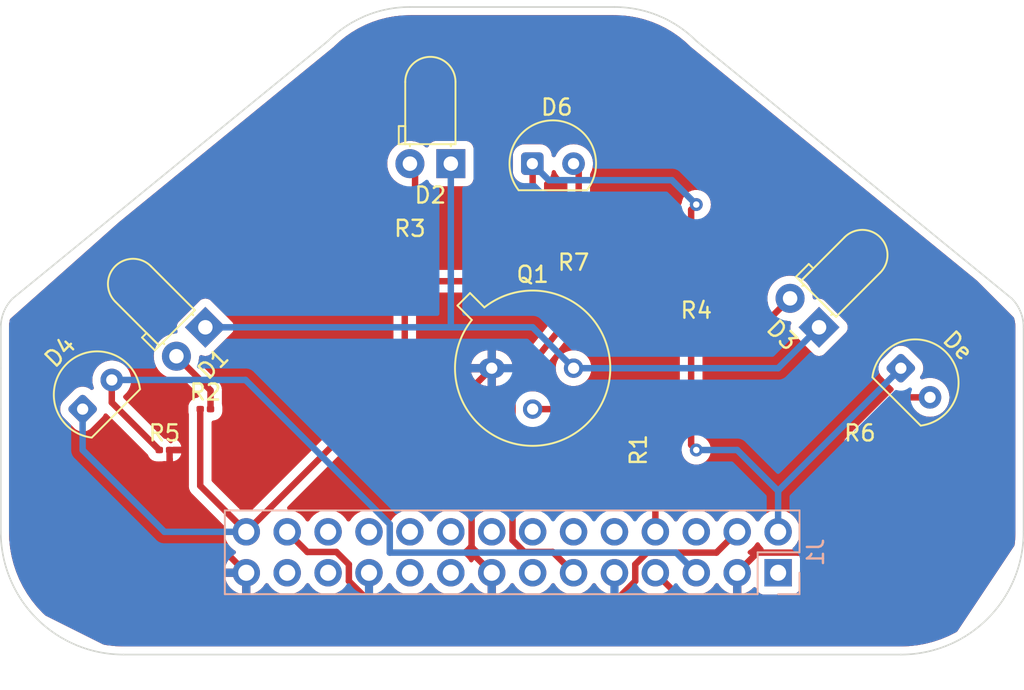
<source format=kicad_pcb>
(kicad_pcb (version 20211014) (generator pcbnew)
  (layers (0 "F.Cu" signal) (31 "B.Cu" signal) (34 "B.Paste" user) (35 "F.Paste" user) (36 "B.SilkS" user "B.Silkscreen") (37 "F.SilkS" user "F.Silkscreen") (38 "B.Mask" user) (39 "F.Mask" user) (44 "Edge.Cuts" user))
  (net 0 "")
  (net 1 "+3V3")
  (net 2 "Net-(D1-Pad1)")
  (net 3 "Net-(D1-Pad2)")
  (net 4 "Net-(D2-Pad2)")
  (net 5 "Net-(D3-Pad2)")
  (net 6 "Analog8")
  (net 7 "Analog9")
  (net 8 "Analog10")
  (net 9 "/RESV3")
  (net 10 "GND")
  (net 11 "/BATT")
  (net 12 "/RESV2")
  (net 13 "PWM")
  (net 14 "/PE14")
  (net 15 "/PE13")
  (net 16 "/PA6")
  (net 17 "/PE12")
  (net 18 "/PE11")
  (net 19 "/PA7")
  (net 20 "/PE10")
  (net 21 "/PC4")
  (net 22 "/PE9")
  (net 23 "/PE8")
  (net 24 "/PC5")
  (net 25 "/RESV1")
  (net 26 "/AB0")
  (net 27 "Net-(Q1-Pad2)")
  (footprint "OptoDevice:Osram_SFH205" (layer "F.Cu") (at 111.76 121.92 45)
    (fp_text reference "D4" (at 1.52 -3.5 45) (layer "F.SilkS"))
    (fp_text value "D_Photo")
    (fp_line (start -0.85 1.65) (end 3.4 1.65) (layer "F.SilkS") (width 0.12))
    (fp_arc (start -0.85 1.65) (mid 1.266938 -2.686427) (end 3.393756 1.645163) (layer "F.SilkS") (width 0.12))
    (pad "1" thru_hole roundrect (at 0 0 45) (size 1.4 1.4) (drill 0.7) (layers *.Cu *.Mask) (roundrect_rratio 0.178) (net 1 "+3V3"))
    (pad "2" thru_hole circle (at 2.56 0 45) (size 1.4 1.4) (drill 0.7) (layers *.Cu *.Mask) (net 6 "Analog8"))
  )
  (footprint "LED_THT:LED_D3.0mm_Horizontal_O1.27mm_Z2.0mm" (layer "F.Cu") (at 134.62 106.68 180)
    (fp_text reference "D2" (at 1.27 -1.96) (layer "F.SilkS"))
    (fp_text value "TSAL4400")
    (fp_line (start 2.54 1.08) (end 2.54 1.21) (layer "F.SilkS") (width 0.12))
    (fp_line (start 2.54 1.08) (end 2.54 1.08) (layer "F.SilkS") (width 0.12))
    (fp_line (start 2.83 2.33) (end 2.83 1.21) (layer "F.SilkS") (width 0.12))
    (fp_line (start 0 1.21) (end 0 1.21) (layer "F.SilkS") (width 0.12))
    (fp_line (start 0 1.21) (end 0 1.08) (layer "F.SilkS") (width 0.12))
    (fp_line (start 3.23 2.33) (end 2.83 2.33) (layer "F.SilkS") (width 0.12))
    (fp_line (start 2.54 1.21) (end 2.54 1.08) (layer "F.SilkS") (width 0.12))
    (fp_line (start -0.29 1.21) (end -0.29 5.07) (layer "F.SilkS") (width 0.12))
    (fp_line (start 2.83 1.21) (end 3.23 1.21) (layer "F.SilkS") (width 0.12))
    (fp_line (start 0 1.08) (end 0 1.21) (layer "F.SilkS") (width 0.12))
    (fp_line (start -0.29 1.21) (end 2.83 1.21) (layer "F.SilkS") (width 0.12))
    (fp_line (start 3.23 1.21) (end 3.23 2.33) (layer "F.SilkS") (width 0.12))
    (fp_line (start 2.83 1.21) (end 2.83 5.07) (layer "F.SilkS") (width 0.12))
    (fp_line (start 0 1.08) (end 0 1.08) (layer "F.SilkS") (width 0.12))
    (fp_line (start 2.54 1.21) (end 2.54 1.21) (layer "F.SilkS") (width 0.12))
    (fp_arc (start 2.83 5.07) (mid 1.27 6.63) (end -0.29 5.07) (layer "F.SilkS") (width 0.12))
    (pad "1" thru_hole rect (at 0 0 180) (size 1.8 1.8) (drill 0.9) (layers *.Cu *.Mask) (net 2 "Net-(D1-Pad1)"))
    (pad "2" thru_hole circle (at 2.54 0 180) (size 1.8 1.8) (drill 0.9) (layers *.Cu *.Mask) (net 4 "Net-(D2-Pad2)"))
  )
  (footprint "LED_THT:LED_D3.0mm_Horizontal_O1.27mm_Z2.0mm" (layer "F.Cu") (at 157.48 116.84 135)
    (fp_text reference "D3" (at 1.27 -1.96 135) (layer "F.SilkS"))
    (fp_text value "TSAL4400")
    (fp_line (start 3.23 2.33) (end 2.83 2.33) (layer "F.SilkS") (width 0.12))
    (fp_line (start 3.23 1.21) (end 3.23 2.33) (layer "F.SilkS") (width 0.12))
    (fp_line (start 2.54 1.08) (end 2.54 1.21) (layer "F.SilkS") (width 0.12))
    (fp_line (start 0 1.21) (end 0 1.08) (layer "F.SilkS") (width 0.12))
    (fp_line (start 2.54 1.21) (end 2.54 1.21) (layer "F.SilkS") (width 0.12))
    (fp_line (start 2.54 1.21) (end 2.54 1.08) (layer "F.SilkS") (width 0.12))
    (fp_line (start -0.29 1.21) (end 2.83 1.21) (layer "F.SilkS") (width 0.12))
    (fp_line (start 0 1.08) (end 0 1.21) (layer "F.SilkS") (width 0.12))
    (fp_line (start 0 1.08) (end 0 1.08) (layer "F.SilkS") (width 0.12))
    (fp_line (start 0 1.21) (end 0 1.21) (layer "F.SilkS") (width 0.12))
    (fp_line (start 2.83 2.33) (end 2.83 1.21) (layer "F.SilkS") (width 0.12))
    (fp_line (start -0.29 1.21) (end -0.29 5.07) (layer "F.SilkS") (width 0.12))
    (fp_line (start 2.83 1.21) (end 2.83 5.07) (layer "F.SilkS") (width 0.12))
    (fp_line (start 2.83 1.21) (end 3.23 1.21) (layer "F.SilkS") (width 0.12))
    (fp_line (start 2.54 1.08) (end 2.54 1.08) (layer "F.SilkS") (width 0.12))
    (fp_arc (start 2.83 5.07) (mid 1.27 6.63) (end -0.29 5.07) (layer "F.SilkS") (width 0.12))
    (pad "1" thru_hole rect (at 0 0 135) (size 1.8 1.8) (drill 0.9) (layers *.Cu *.Mask) (net 2 "Net-(D1-Pad1)"))
    (pad "2" thru_hole circle (at 2.54 0 135) (size 1.8 1.8) (drill 0.9) (layers *.Cu *.Mask) (net 5 "Net-(D3-Pad2)"))
  )
  (footprint "OptoDevice:Osram_SFH205" (layer "F.Cu") (at 162.56 119.38 -45)
    (fp_text reference "De" (at 1.52 -3.5 135) (layer "F.SilkS"))
    (fp_text value "D_Photo")
    (fp_line (start -0.85 1.65) (end 3.4 1.65) (layer "F.SilkS") (width 0.12))
    (fp_arc (start -0.85 1.65) (mid 1.266938 -2.686427) (end 3.393756 1.645163) (layer "F.SilkS") (width 0.12))
    (pad "1" thru_hole roundrect (at 0 0 315) (size 1.4 1.4) (drill 0.7) (layers *.Cu *.Mask) (roundrect_rratio 0.178) (net 1 "+3V3"))
    (pad "2" thru_hole circle (at 2.56 0 315) (size 1.4 1.4) (drill 0.7) (layers *.Cu *.Mask) (net 7 "Analog9"))
  )
  (footprint "OptoDevice:Osram_SFH205" (layer "F.Cu") (at 139.68 106.68)
    (fp_text reference "D6" (at 1.52 -3.5) (layer "F.SilkS"))
    (fp_text value "D_Photo")
    (fp_line (start -0.85 1.65) (end 3.4 1.65) (layer "F.SilkS") (width 0.12))
    (fp_arc (start -0.85 1.65) (mid 1.266938 -2.686427) (end 3.393756 1.645163) (layer "F.SilkS") (width 0.12))
    (pad "1" thru_hole roundrect (at 0 0) (size 1.4 1.4) (drill 0.7) (layers *.Cu *.Mask) (roundrect_rratio 0.178) (net 1 "+3V3"))
    (pad "2" thru_hole circle (at 2.56 0) (size 1.4 1.4) (drill 0.7) (layers *.Cu *.Mask) (net 8 "Analog10"))
  )
  (footprint "Resistor_SMD:R_0201_0603Metric" (layer "F.Cu") (at 116.84 124.46)
    (fp_text reference "R5" (at 0 -1.05) (layer "F.SilkS"))
    (fp_text value "22")
    (pad "1" smd roundrect (at -0.32 0) (size 0.46 0.4) (layers "F.Cu" "F.Mask") (net 6 "Analog8"))
    (pad "2" smd roundrect (at 0.32 0) (size 0.46 0.4) (layers "F.Cu" "F.Mask") (net 10 "GND"))
  )
  (footprint "Resistor_SMD:R_0201_0603Metric" (layer "F.Cu") (at 132.08 111.76)
    (fp_text reference "R3" (at 0 -1.05) (layer "F.SilkS"))
    (fp_text value "22")
    (pad "1" smd roundrect (at -0.32 0) (size 0.46 0.4) (layers "F.Cu" "F.Mask") (net 1 "+3V3"))
    (pad "2" smd roundrect (at 0.32 0) (size 0.46 0.4) (layers "F.Cu" "F.Mask") (net 4 "Net-(D2-Pad2)"))
  )
  (footprint "Resistor_SMD:R_0201_0603Metric" (layer "F.Cu") (at 119.38 121.92)
    (fp_text reference "R2" (at 0 -1.05) (layer "F.SilkS"))
    (fp_text value "22")
    (pad "1" smd roundrect (at -0.32 0) (size 0.46 0.4) (layers "F.Cu" "F.Mask") (net 1 "+3V3"))
    (pad "2" smd roundrect (at 0.32 0) (size 0.46 0.4) (layers "F.Cu" "F.Mask") (net 3 "Net-(D1-Pad2)"))
  )
  (footprint "Resistor_SMD:R_0201_0603Metric" (layer "F.Cu") (at 160.02 124.46)
    (fp_text reference "R6" (at 0 -1.05) (layer "F.SilkS"))
    (fp_text value "22")
    (pad "1" smd roundrect (at -0.32 0) (size 0.46 0.4) (layers "F.Cu" "F.Mask") (net 7 "Analog9"))
    (pad "2" smd roundrect (at 0.32 0) (size 0.46 0.4) (layers "F.Cu" "F.Mask") (net 10 "GND"))
  )
  (footprint "LED_THT:LED_D3.0mm_Horizontal_O1.27mm_Z2.0mm" (layer "F.Cu") (at 119.38 116.84 -135)
    (fp_text reference "D1" (at 1.27 -1.96 45) (layer "F.SilkS"))
    (fp_text value "TSAL4400")
    (fp_line (start 2.83 2.33) (end 2.83 1.21) (layer "F.SilkS") (width 0.12))
    (fp_line (start 2.54 1.21) (end 2.54 1.08) (layer "F.SilkS") (width 0.12))
    (fp_line (start 2.54 1.08) (end 2.54 1.08) (layer "F.SilkS") (width 0.12))
    (fp_line (start 0 1.21) (end 0 1.08) (layer "F.SilkS") (width 0.12))
    (fp_line (start 2.83 1.21) (end 2.83 5.07) (layer "F.SilkS") (width 0.12))
    (fp_line (start 3.23 2.33) (end 2.83 2.33) (layer "F.SilkS") (width 0.12))
    (fp_line (start 0 1.08) (end 0 1.21) (layer "F.SilkS") (width 0.12))
    (fp_line (start 2.54 1.08) (end 2.54 1.21) (layer "F.SilkS") (width 0.12))
    (fp_line (start 3.23 1.21) (end 3.23 2.33) (layer "F.SilkS") (width 0.12))
    (fp_line (start -0.29 1.21) (end -0.29 5.07) (layer "F.SilkS") (width 0.12))
    (fp_line (start 2.54 1.21) (end 2.54 1.21) (layer "F.SilkS") (width 0.12))
    (fp_line (start 0 1.08) (end 0 1.08) (layer "F.SilkS") (width 0.12))
    (fp_line (start 2.83 1.21) (end 3.23 1.21) (layer "F.SilkS") (width 0.12))
    (fp_line (start 0 1.21) (end 0 1.21) (layer "F.SilkS") (width 0.12))
    (fp_line (start -0.29 1.21) (end 2.83 1.21) (layer "F.SilkS") (width 0.12))
    (fp_arc (start 2.83 5.07) (mid 1.27 6.63) (end -0.29 5.07) (layer "F.SilkS") (width 0.12))
    (pad "1" thru_hole rect (at 0 0 225) (size 1.8 1.8) (drill 0.9) (layers *.Cu *.Mask) (net 2 "Net-(D1-Pad1)"))
    (pad "2" thru_hole circle (at 2.54 0 225) (size 1.8 1.8) (drill 0.9) (layers *.Cu *.Mask) (net 3 "Net-(D1-Pad2)"))
  )
  (footprint "Resistor_SMD:R_0201_0603Metric" (layer "F.Cu") (at 147.32 124.46 90)
    (fp_text reference "R1" (at 0 -1.05 90) (layer "F.SilkS"))
    (fp_text value "100")
    (pad "1" smd roundrect (at -0.32 0 90) (size 0.46 0.4) (layers "F.Cu" "F.Mask") (net 13 "PWM"))
    (pad "2" smd roundrect (at 0.32 0 90) (size 0.46 0.4) (layers "F.Cu" "F.Mask") (net 27 "Net-(Q1-Pad2)"))
  )
  (footprint "Resistor_SMD:R_0201_0603Metric" (layer "F.Cu") (at 149.86 116.84)
    (fp_text reference "R4" (at 0 -1.05) (layer "F.SilkS"))
    (fp_text value "22")
    (pad "1" smd roundrect (at -0.32 0) (size 0.46 0.4) (layers "F.Cu" "F.Mask") (net 1 "+3V3"))
    (pad "2" smd roundrect (at 0.32 0) (size 0.46 0.4) (layers "F.Cu" "F.Mask") (net 5 "Net-(D3-Pad2)"))
  )
  (footprint "Package_TO_SOT_THT:TO-39-3" (layer "F.Cu") (at 137.16 119.38)
    (fp_text reference "Q1" (at 2.54 -5.82) (layer "F.SilkS"))
    (fp_text value "2N2219")
    (fp_line (start -2.125856 -3.888039) (end -1.234902 -2.997084) (layer "F.SilkS") (width 0.12))
    (fp_line (start -1.348039 -4.665856) (end -2.125856 -3.888039) (layer "F.SilkS") (width 0.12))
    (fp_line (start -0.457084 -3.774902) (end -1.348039 -4.665856) (layer "F.SilkS") (width 0.12))
    (fp_arc (start -0.457084 -3.774902) (mid 5.948125 3.408384) (end -1.234674 -2.997371) (layer "F.SilkS") (width 0.12))
    (pad "1" thru_hole oval (at 0 0) (size 1.6 1.2) (drill 0.7) (layers *.Cu *.Mask) (net 10 "GND"))
    (pad "2" thru_hole oval (at 2.54 2.54) (size 1.2 1.2) (drill 0.7) (layers *.Cu *.Mask) (net 27 "Net-(Q1-Pad2)"))
    (pad "3" thru_hole oval (at 5.08 0) (size 1.2 1.2) (drill 0.7) (layers *.Cu *.Mask) (net 2 "Net-(D1-Pad1)"))
  )
  (footprint "Resistor_SMD:R_0201_0603Metric" (layer "F.Cu") (at 142.24 111.76 180)
    (fp_text reference "R7" (at 0 -1.05) (layer "F.SilkS"))
    (fp_text value "22")
    (pad "1" smd roundrect (at -0.32 0 180) (size 0.46 0.4) (layers "F.Cu" "F.Mask") (net 8 "Analog10"))
    (pad "2" smd roundrect (at 0.32 0 180) (size 0.46 0.4) (layers "F.Cu" "F.Mask") (net 10 "GND"))
  )
  (footprint "Connector_PinHeader_2.54mm:PinHeader_2x14_P2.54mm_Vertical" (layer "B.Cu") (at 154.94 132.08 90)
    (fp_text reference "J1" (at 1.27 2.33 90) (layer "B.SilkS") (effects (justify mirror)))
    (fp_text value "Conn_02x14_Odd_Even")
    (fp_line (start -1.33 -34.35) (end 3.87 -34.35) (layer "B.SilkS") (width 0.12))
    (fp_line (start 1.27 1.33) (end 3.87 1.33) (layer "B.SilkS") (width 0.12))
    (fp_line (start 1.27 -1.27) (end 1.27 1.33) (layer "B.SilkS") (width 0.12))
    (fp_line (start -1.33 -1.27) (end 1.27 -1.27) (layer "B.SilkS") (width 0.12))
    (fp_line (start -1.33 1.33) (end 0 1.33) (layer "B.SilkS") (width 0.12))
    (fp_line (start -1.33 -1.27) (end -1.33 -34.35) (layer "B.SilkS") (width 0.12))
    (fp_line (start 3.87 1.33) (end 3.87 -34.35) (layer "B.SilkS") (width 0.12))
    (fp_line (start -1.33 0) (end -1.33 1.33) (layer "B.SilkS") (width 0.12))
    (pad "1" thru_hole rect (at 0 0 90) (size 1.7 1.7) (drill 1) (layers *.Cu *.Mask) (net 9 "/RESV3"))
    (pad "2" thru_hole oval (at 2.54 0 90) (size 1.7 1.7) (drill 1) (layers *.Cu *.Mask) (net 1 "+3V3"))
    (pad "3" thru_hole oval (at 0 -2.54 90) (size 1.7 1.7) (drill 1) (layers *.Cu *.Mask) (net 10 "GND"))
    (pad "4" thru_hole oval (at 2.54 -2.54 90) (size 1.7 1.7) (drill 1) (layers *.Cu *.Mask) (net 11 "/BATT"))
    (pad "5" thru_hole oval (at 0 -5.08 90) (size 1.7 1.7) (drill 1) (layers *.Cu *.Mask) (net 6 "Analog8"))
    (pad "6" thru_hole oval (at 2.54 -5.08 90) (size 1.7 1.7) (drill 1) (layers *.Cu *.Mask) (net 12 "/RESV2"))
    (pad "7" thru_hole oval (at 0 -7.62 90) (size 1.7 1.7) (drill 1) (layers *.Cu *.Mask) (net 7 "Analog9"))
    (pad "8" thru_hole oval (at 2.54 -7.62 90) (size 1.7 1.7) (drill 1) (layers *.Cu *.Mask) (net 13 "PWM"))
    (pad "9" thru_hole oval (at 0 -10.16 90) (size 1.7 1.7) (drill 1) (layers *.Cu *.Mask) (net 10 "GND"))
    (pad "10" thru_hole oval (at 2.54 -10.16 90) (size 1.7 1.7) (drill 1) (layers *.Cu *.Mask) (net 14 "/PE14"))
    (pad "11" thru_hole oval (at 0 -12.7 90) (size 1.7 1.7) (drill 1) (layers *.Cu *.Mask) (net 8 "Analog10"))
    (pad "12" thru_hole oval (at 2.54 -12.7 90) (size 1.7 1.7) (drill 1) (layers *.Cu *.Mask) (net 15 "/PE13"))
    (pad "13" thru_hole oval (at 0 -15.24 90) (size 1.7 1.7) (drill 1) (layers *.Cu *.Mask) (net 16 "/PA6"))
    (pad "14" thru_hole oval (at 2.54 -15.24 90) (size 1.7 1.7) (drill 1) (layers *.Cu *.Mask) (net 17 "/PE12"))
    (pad "15" thru_hole oval (at 0 -17.78 90) (size 1.7 1.7) (drill 1) (layers *.Cu *.Mask) (net 10 "GND"))
    (pad "16" thru_hole oval (at 2.54 -17.78 90) (size 1.7 1.7) (drill 1) (layers *.Cu *.Mask) (net 18 "/PE11"))
    (pad "17" thru_hole oval (at 0 -20.32 90) (size 1.7 1.7) (drill 1) (layers *.Cu *.Mask) (net 19 "/PA7"))
    (pad "18" thru_hole oval (at 2.54 -20.32 90) (size 1.7 1.7) (drill 1) (layers *.Cu *.Mask) (net 20 "/PE10"))
    (pad "19" thru_hole oval (at 0 -22.86 90) (size 1.7 1.7) (drill 1) (layers *.Cu *.Mask) (net 21 "/PC4"))
    (pad "20" thru_hole oval (at 2.54 -22.86 90) (size 1.7 1.7) (drill 1) (layers *.Cu *.Mask) (net 22 "/PE9"))
    (pad "21" thru_hole oval (at 0 -25.4 90) (size 1.7 1.7) (drill 1) (layers *.Cu *.Mask) (net 10 "GND"))
    (pad "22" thru_hole oval (at 2.54 -25.4 90) (size 1.7 1.7) (drill 1) (layers *.Cu *.Mask) (net 23 "/PE8"))
    (pad "23" thru_hole oval (at 0 -27.94 90) (size 1.7 1.7) (drill 1) (layers *.Cu *.Mask) (net 24 "/PC5"))
    (pad "24" thru_hole oval (at 2.54 -27.94 90) (size 1.7 1.7) (drill 1) (layers *.Cu *.Mask) (net 25 "/RESV1"))
    (pad "25" thru_hole oval (at 0 -30.48 90) (size 1.7 1.7) (drill 1) (layers *.Cu *.Mask) (net 26 "/AB0"))
    (pad "26" thru_hole oval (at 2.54 -30.48 90) (size 1.7 1.7) (drill 1) (layers *.Cu *.Mask) (net 11 "/BATT"))
    (pad "27" thru_hole oval (at 0 -33.02 90) (size 1.7 1.7) (drill 1) (layers *.Cu *.Mask) (net 10 "GND"))
    (pad "28" thru_hole oval (at 2.54 -33.02 90) (size 1.7 1.7) (drill 1) (layers *.Cu *.Mask) (net 1 "+3V3"))
  )
  (gr_line (start 107.423949 115.043949) (end 127.000001 99.060001) (layer "Edge.Cuts") (width 0.1))
  (gr_line (start 170.18 116.84) (end 170.18 129.54) (layer "Edge.Cuts") (width 0.1))
  (gr_arc (start 144.78 96.955796) (mid 147.529276 97.502661) (end 149.859999 99.060001) (layer "Edge.Cuts") (width 0.1))
  (gr_arc (start 114.3 137.16) (mid 108.911846 134.928154) (end 106.68 129.54) (layer "Edge.Cuts") (width 0.1))
  (gr_line (start 106.68 121.92) (end 106.68 119.38) (layer "Edge.Cuts") (width 0.1))
  (gr_arc (start 106.68 116.84) (mid 106.873346 115.867984) (end 107.423949 115.043949) (layer "Edge.Cuts") (width 0.1))
  (gr_line (start 169.436051 115.043949) (end 149.859999 99.060001) (layer "Edge.Cuts") (width 0.1))
  (gr_arc (start 127.000001 99.060001) (mid 129.330724 97.502661) (end 132.08 96.955796) (layer "Edge.Cuts") (width 0.1))
  (gr_line (start 106.68 129.54) (end 106.68 121.92) (layer "Edge.Cuts") (width 0.1))
  (gr_arc (start 170.18 129.54) (mid 167.948154 134.928154) (end 162.56 137.16) (layer "Edge.Cuts") (width 0.1))
  (gr_line (start 114.3 137.16) (end 162.56 137.16) (layer "Edge.Cuts") (width 0.1))
  (gr_arc (start 169.436051 115.043949) (mid 169.986654 115.867984) (end 170.18 116.84) (layer "Edge.Cuts") (width 0.1))
  (gr_line (start 106.68 119.38) (end 106.68 116.84) (layer "Edge.Cuts") (width 0.1))
  (gr_line (start 132.08 96.955796) (end 144.78 96.955796) (layer "Edge.Cuts") (width 0.1))
  (segment (start 149.54 116.84) (end 149.54 109.54) (width 0.4) (layer "F.Cu") (net 1))
  (segment (start 119.06 126.68) (end 121.92 129.54) (width 0.4) (layer "F.Cu") (net 1))
  (segment (start 131.76 113.98) (end 137.48 113.98) (width 0.4) (layer "F.Cu") (net 1))
  (segment (start 137.48 113.98) (end 139.7 111.76) (width 0.4) (layer "F.Cu") (net 1))
  (segment (start 149.54 116.84) (end 149.54 124.14) (width 0.4) (layer "F.Cu") (net 1))
  (segment (start 131.76 111.76) (end 131.76 113.98) (width 0.4) (layer "F.Cu") (net 1))
  (segment (start 139.7 111.76) (end 139.7 106.7) (width 0.4) (layer "F.Cu") (net 1))
  (segment (start 139.7 106.7) (end 139.68 106.68) (width 0.4) (layer "F.Cu") (net 1))
  (segment (start 119.06 121.92) (end 119.06 126.68) (width 0.4) (layer "F.Cu") (net 1))
  (segment (start 131.76 113.98) (end 131.76 119.7) (width 0.4) (layer "F.Cu") (net 1))
  (segment (start 149.54 124.14) (end 149.86 124.46) (width 0.4) (layer "F.Cu") (net 1))
  (segment (start 149.54 109.54) (end 149.86 109.22) (width 0.4) (layer "F.Cu") (net 1))
  (segment (start 131.76 119.7) (end 121.92 129.54) (width 0.4) (layer "F.Cu") (net 1))
  (via (at 149.86 109.22) (size 0.8) (drill 0.4) (layers "F.Cu" "B.Cu") (net 1))
  (via (at 149.86 124.46) (size 0.8) (drill 0.4) (layers "F.Cu" "B.Cu") (net 1))
  (segment (start 154.94 127) (end 154.94 129.54) (width 0.4) (layer "B.Cu") (net 1))
  (segment (start 152.4 124.46) (end 149.86 124.46) (width 0.4) (layer "B.Cu") (net 1))
  (segment (start 111.76 124.46) (end 116.84 129.54) (width 0.4) (layer "B.Cu") (net 1))
  (segment (start 162.56 119.38) (end 154.94 127) (width 0.4) (layer "B.Cu") (net 1))
  (segment (start 148.344511 107.704511) (end 149.86 109.22) (width 0.4) (layer "B.Cu") (net 1))
  (segment (start 116.84 129.54) (end 121.92 129.54) (width 0.4) (layer "B.Cu") (net 1))
  (segment (start 154.94 127) (end 152.4 124.46) (width 0.4) (layer "B.Cu") (net 1))
  (segment (start 111.76 121.92) (end 111.76 124.46) (width 0.4) (layer "B.Cu") (net 1))
  (segment (start 139.68 106.68) (end 140.704511 107.704511) (width 0.4) (layer "B.Cu") (net 1))
  (segment (start 140.704511 107.704511) (end 148.344511 107.704511) (width 0.4) (layer "B.Cu") (net 1))
  (segment (start 139.7 116.84) (end 134.62 116.84) (width 0.4) (layer "B.Cu") (net 2))
  (segment (start 134.62 106.68) (end 134.62 116.84) (width 0.4) (layer "B.Cu") (net 2))
  (segment (start 142.24 119.38) (end 154.94 119.38) (width 0.4) (layer "B.Cu") (net 2))
  (segment (start 154.94 119.38) (end 157.48 116.84) (width 0.4) (layer "B.Cu") (net 2))
  (segment (start 134.62 116.84) (end 119.38 116.84) (width 0.4) (layer "B.Cu") (net 2))
  (segment (start 142.24 119.38) (end 139.7 116.84) (width 0.4) (layer "B.Cu") (net 2))
  (segment (start 119.7 120.752102) (end 117.583949 118.636051) (width 0.4) (layer "F.Cu") (net 3))
  (segment (start 119.7 121.92) (end 119.7 120.752102) (width 0.4) (layer "F.Cu") (net 3))
  (segment (start 132.4 107) (end 132.08 106.68) (width 0.4) (layer "F.Cu") (net 4))
  (segment (start 132.4 111.76) (end 132.4 107) (width 0.4) (layer "F.Cu") (net 4))
  (segment (start 155.683949 115.043949) (end 153.887898 116.84) (width 0.4) (layer "F.Cu") (net 5))
  (segment (start 153.887898 116.84) (end 150.18 116.84) (width 0.4) (layer "F.Cu") (net 5))
  (segment (start 113.570193 121.510193) (end 116.52 124.46) (width 0.4) (layer "F.Cu") (net 6))
  (segment (start 113.570193 120.109807) (end 113.570193 121.510193) (width 0.4) (layer "F.Cu") (net 6))
  (segment (start 149.86 132.08) (end 148.610489 130.830489) (width 0.4) (layer "B.Cu") (net 6))
  (segment (start 130.830489 129.063413) (end 121.876883 120.109807) (width 0.4) (layer "B.Cu") (net 6))
  (segment (start 148.610489 130.830489) (end 130.830489 130.830489) (width 0.4) (layer "B.Cu") (net 6))
  (segment (start 121.876883 120.109807) (end 113.570193 120.109807) (width 0.4) (layer "B.Cu") (net 6))
  (segment (start 130.830489 130.830489) (end 130.830489 129.063413) (width 0.4) (layer "B.Cu") (net 6))
  (segment (start 162.67338 121.190193) (end 160.981787 122.881787) (width 0.4) (layer "F.Cu") (net 7))
  (segment (start 162.56 124.46) (end 162.56 132.08) (width 0.4) (layer "F.Cu") (net 7))
  (segment (start 149.86 134.62) (end 147.32 132.08) (width 0.4) (layer "F.Cu") (net 7))
  (segment (start 159.7 124.163573) (end 160.003093 123.86048) (width 0.4) (layer "F.Cu") (net 7))
  (segment (start 164.370193 121.190193) (end 162.67338 121.190193) (width 0.4) (layer "F.Cu") (net 7))
  (segment (start 160.981787 122.881787) (end 159.7 124.163573) (width 0.4) (layer "F.Cu") (net 7))
  (segment (start 162.56 132.08) (end 160.02 134.62) (width 0.4) (layer "F.Cu") (net 7))
  (segment (start 159.7 124.46) (end 159.7 124.163573) (width 0.4) (layer "F.Cu") (net 7))
  (segment (start 160.981787 122.881787) (end 162.56 124.46) (width 0.4) (layer "F.Cu") (net 7))
  (segment (start 160.02 134.62) (end 149.86 134.62) (width 0.4) (layer "F.Cu") (net 7))
  (segment (start 139.182435 130.789511) (end 138.450489 130.057565) (width 0.4) (layer "F.Cu") (net 8))
  (segment (start 142.24 115.89048) (end 142.54952 115.25048) (width 0.4) (layer "F.Cu") (net 8))
  (segment (start 140.949511 130.789511) (end 139.182435 130.789511) (width 0.4) (layer "F.Cu") (net 8))
  (segment (start 138.450489 120.629511) (end 142.24 115.89048) (width 0.4) (layer "F.Cu") (net 8))
  (segment (start 142.56 107) (end 142.24 106.68) (width 0.4) (layer "F.Cu") (net 8))
  (segment (start 142.24 132.08) (end 140.949511 130.789511) (width 0.4) (layer "F.Cu") (net 8))
  (segment (start 142.24 106.68) (end 141.92 107) (width 0.4) (layer "F.Cu") (net 8))
  (segment (start 142.56 111.76) (end 142.56 107) (width 0.4) (layer "F.Cu") (net 8))
  (segment (start 142.54952 115.25048) (end 142.54952 111.76) (width 0.4) (layer "F.Cu") (net 8))
  (segment (start 138.450489 130.057565) (end 138.450489 120.629511) (width 0.4) (layer "F.Cu") (net 8))
  (segment (start 137.16 119.38) (end 135.910489 120.629511) (width 0.4) (layer "F.Cu") (net 10))
  (segment (start 135.910489 130.830489) (end 137.16 132.08) (width 0.4) (layer "F.Cu") (net 10))
  (segment (start 137.16 119.38) (end 137.16 116.52) (width 0.4) (layer "F.Cu") (net 10))
  (segment (start 156.189511 130.830489) (end 153.649511 130.830489) (width 0.4) (layer "F.Cu") (net 10))
  (segment (start 160.34 126.68) (end 156.189511 130.830489) (width 0.4) (layer "F.Cu") (net 10))
  (segment (start 160.34 124.46) (end 160.34 126.68) (width 0.4) (layer "F.Cu") (net 10))
  (segment (start 135.910489 120.629511) (end 135.910489 130.830489) (width 0.4) (layer "F.Cu") (net 10))
  (segment (start 117.16 124.46) (end 117.16 127.32) (width 0.4) (layer "F.Cu") (net 10))
  (segment (start 137.16 116.52) (end 141.92 111.76) (width 0.4) (layer "F.Cu") (net 10))
  (segment (start 153.649511 130.830489) (end 152.4 132.08) (width 0.4) (layer "F.Cu") (net 10))
  (segment (start 117.16 127.32) (end 121.92 132.08) (width 0.4) (layer "F.Cu") (net 10))
  (segment (start 144.048054 134.62) (end 146.070489 132.597565) (width 0.4) (layer "F.Cu") (net 11))
  (segment (start 146.070489 131.562435) (end 146.802435 130.830489) (width 0.4) (layer "F.Cu") (net 11))
  (segment (start 128.290489 131.562435) (end 128.290489 132.597565) (width 0.4) (layer "F.Cu") (net 11))
  (segment (start 146.070489 132.597565) (end 146.070489 131.562435) (width 0.4) (layer "F.Cu") (net 11))
  (segment (start 146.802435 130.830489) (end 151.109511 130.830489) (width 0.4) (layer "F.Cu") (net 11))
  (segment (start 128.290489 132.597565) (end 130.312924 134.62) (width 0.4) (layer "F.Cu") (net 11))
  (segment (start 125.709511 130.789511) (end 127.517565 130.789511) (width 0.4) (layer "F.Cu") (net 11))
  (segment (start 124.46 129.54) (end 125.709511 130.789511) (width 0.4) (layer "F.Cu") (net 11))
  (segment (start 130.312924 134.62) (end 144.048054 134.62) (width 0.4) (layer "F.Cu") (net 11))
  (segment (start 151.109511 130.830489) (end 152.4 129.54) (width 0.4) (layer "F.Cu") (net 11))
  (segment (start 127.517565 130.789511) (end 128.290489 131.562435) (width 0.4) (layer "F.Cu") (net 11))
  (segment (start 147.32 124.78) (end 147.32 129.54) (width 0.4) (layer "F.Cu") (net 13))
  (segment (start 139.7 121.92) (end 145.1 121.92) (width 0.4) (layer "F.Cu") (net 27))
  (segment (start 145.1 121.92) (end 147.32 124.14) (width 0.4) (layer "F.Cu") (net 27))
  (zone (net 10) (net_name "GND") (layers F&B.Cu) (connect_pads (clearance 0.508)) (min_thickness 0.254) (fill yes (thermal_gap 0.508) (thermal_bridge_width 0.508))
    (polygon (pts (xy 162.56 109.22) (xy 170.18 116.84) (xy 170.18 129.54) (xy 165.1 137.16) (xy 114.3 137.16) (xy 109.22 134.62) (xy 106.68 132.08) (xy 106.68 116.84) (xy 129.54 96.52) (xy 147.32 96.52)))
  )
  (zone (net 10) (net_name "GND") (layer "F.Cu") (connect_pads (clearance 0.508)) (min_thickness 0.254) (fill yes (thermal_gap 0.508) (thermal_bridge_width 0.508))
    (polygon (pts (xy 162.56 109.22) (xy 170.18 116.84) (xy 170.18 129.54) (xy 165.1 137.16) (xy 114.3 137.16) (xy 109.22 134.62) (xy 106.68 132.08) (xy 106.68 116.84) (xy 129.54 96.52) (xy 147.32 96.52)))
  )
)
</source>
